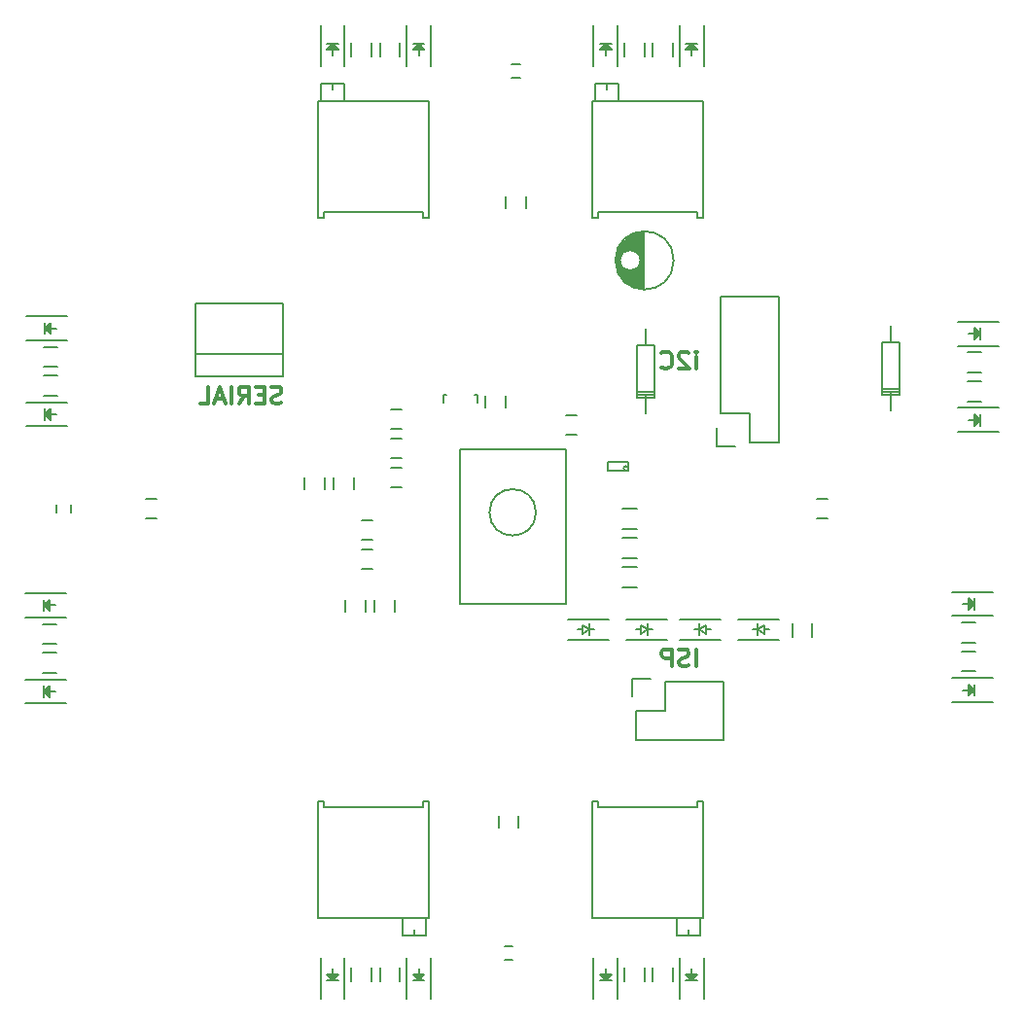
<source format=gbr>
G04 #@! TF.FileFunction,Legend,Bot*
%FSLAX46Y46*%
G04 Gerber Fmt 4.6, Leading zero omitted, Abs format (unit mm)*
G04 Created by KiCad (PCBNEW 4.0.2+e4-6225~38~ubuntu14.04.1-stable) date Di 12 Jul 2016 12:55:20 CEST*
%MOMM*%
G01*
G04 APERTURE LIST*
%ADD10C,0.100000*%
%ADD11C,0.300000*%
%ADD12C,0.150000*%
G04 APERTURE END LIST*
D10*
D11*
X79918286Y-90523143D02*
X79704000Y-90594571D01*
X79346857Y-90594571D01*
X79204000Y-90523143D01*
X79132571Y-90451714D01*
X79061143Y-90308857D01*
X79061143Y-90166000D01*
X79132571Y-90023143D01*
X79204000Y-89951714D01*
X79346857Y-89880286D01*
X79632571Y-89808857D01*
X79775429Y-89737429D01*
X79846857Y-89666000D01*
X79918286Y-89523143D01*
X79918286Y-89380286D01*
X79846857Y-89237429D01*
X79775429Y-89166000D01*
X79632571Y-89094571D01*
X79275429Y-89094571D01*
X79061143Y-89166000D01*
X78418286Y-89808857D02*
X77918286Y-89808857D01*
X77704000Y-90594571D02*
X78418286Y-90594571D01*
X78418286Y-89094571D01*
X77704000Y-89094571D01*
X76204000Y-90594571D02*
X76704000Y-89880286D01*
X77061143Y-90594571D02*
X77061143Y-89094571D01*
X76489715Y-89094571D01*
X76346857Y-89166000D01*
X76275429Y-89237429D01*
X76204000Y-89380286D01*
X76204000Y-89594571D01*
X76275429Y-89737429D01*
X76346857Y-89808857D01*
X76489715Y-89880286D01*
X77061143Y-89880286D01*
X75561143Y-90594571D02*
X75561143Y-89094571D01*
X74918286Y-90166000D02*
X74204000Y-90166000D01*
X75061143Y-90594571D02*
X74561143Y-89094571D01*
X74061143Y-90594571D01*
X72846857Y-90594571D02*
X73561143Y-90594571D01*
X73561143Y-89094571D01*
X116018285Y-113454571D02*
X116018285Y-111954571D01*
X115375428Y-113383143D02*
X115161142Y-113454571D01*
X114803999Y-113454571D01*
X114661142Y-113383143D01*
X114589713Y-113311714D01*
X114518285Y-113168857D01*
X114518285Y-113026000D01*
X114589713Y-112883143D01*
X114661142Y-112811714D01*
X114803999Y-112740286D01*
X115089713Y-112668857D01*
X115232571Y-112597429D01*
X115303999Y-112526000D01*
X115375428Y-112383143D01*
X115375428Y-112240286D01*
X115303999Y-112097429D01*
X115232571Y-112026000D01*
X115089713Y-111954571D01*
X114732571Y-111954571D01*
X114518285Y-112026000D01*
X113875428Y-113454571D02*
X113875428Y-111954571D01*
X113304000Y-111954571D01*
X113161142Y-112026000D01*
X113089714Y-112097429D01*
X113018285Y-112240286D01*
X113018285Y-112454571D01*
X113089714Y-112597429D01*
X113161142Y-112668857D01*
X113304000Y-112740286D01*
X113875428Y-112740286D01*
X116018285Y-87546571D02*
X116018285Y-86546571D01*
X116018285Y-86046571D02*
X116089714Y-86118000D01*
X116018285Y-86189429D01*
X115946857Y-86118000D01*
X116018285Y-86046571D01*
X116018285Y-86189429D01*
X115375428Y-86189429D02*
X115303999Y-86118000D01*
X115161142Y-86046571D01*
X114803999Y-86046571D01*
X114661142Y-86118000D01*
X114589713Y-86189429D01*
X114518285Y-86332286D01*
X114518285Y-86475143D01*
X114589713Y-86689429D01*
X115446856Y-87546571D01*
X114518285Y-87546571D01*
X113018285Y-87403714D02*
X113089714Y-87475143D01*
X113304000Y-87546571D01*
X113446857Y-87546571D01*
X113661142Y-87475143D01*
X113804000Y-87332286D01*
X113875428Y-87189429D01*
X113946857Y-86903714D01*
X113946857Y-86689429D01*
X113875428Y-86403714D01*
X113804000Y-86260857D01*
X113661142Y-86118000D01*
X113446857Y-86046571D01*
X113304000Y-86046571D01*
X113089714Y-86118000D01*
X113018285Y-86189429D01*
D12*
X69080000Y-100545000D02*
X68080000Y-100545000D01*
X68080000Y-98845000D02*
X69080000Y-98845000D01*
X99480000Y-73525000D02*
X99480000Y-72525000D01*
X101180000Y-72525000D02*
X101180000Y-73525000D01*
X126500000Y-98845000D02*
X127500000Y-98845000D01*
X127500000Y-100545000D02*
X126500000Y-100545000D01*
X111451000Y-75606000D02*
X111451000Y-80604000D01*
X111311000Y-75614000D02*
X111311000Y-80596000D01*
X111171000Y-75630000D02*
X111171000Y-78010000D01*
X111171000Y-78200000D02*
X111171000Y-80580000D01*
X111031000Y-75654000D02*
X111031000Y-77615000D01*
X111031000Y-78595000D02*
X111031000Y-80556000D01*
X110891000Y-75687000D02*
X110891000Y-77448000D01*
X110891000Y-78762000D02*
X110891000Y-80523000D01*
X110751000Y-75728000D02*
X110751000Y-77341000D01*
X110751000Y-78869000D02*
X110751000Y-80482000D01*
X110611000Y-75778000D02*
X110611000Y-77270000D01*
X110611000Y-78940000D02*
X110611000Y-80432000D01*
X110471000Y-75839000D02*
X110471000Y-77226000D01*
X110471000Y-78984000D02*
X110471000Y-80371000D01*
X110331000Y-75909000D02*
X110331000Y-77207000D01*
X110331000Y-79003000D02*
X110331000Y-80301000D01*
X110191000Y-75991000D02*
X110191000Y-77209000D01*
X110191000Y-79001000D02*
X110191000Y-80219000D01*
X110051000Y-76086000D02*
X110051000Y-77234000D01*
X110051000Y-78976000D02*
X110051000Y-80124000D01*
X109911000Y-76197000D02*
X109911000Y-77282000D01*
X109911000Y-78928000D02*
X109911000Y-80013000D01*
X109771000Y-76325000D02*
X109771000Y-77360000D01*
X109771000Y-78850000D02*
X109771000Y-79885000D01*
X109631000Y-76474000D02*
X109631000Y-77477000D01*
X109631000Y-78733000D02*
X109631000Y-79736000D01*
X109491000Y-76653000D02*
X109491000Y-77665000D01*
X109491000Y-78545000D02*
X109491000Y-79557000D01*
X109351000Y-76872000D02*
X109351000Y-79338000D01*
X109211000Y-77161000D02*
X109211000Y-79049000D01*
X109071000Y-77633000D02*
X109071000Y-78577000D01*
X111176000Y-78105000D02*
G75*
G03X111176000Y-78105000I-900000J0D01*
G01*
X114063500Y-78105000D02*
G75*
G03X114063500Y-78105000I-2537500J0D01*
G01*
X100545000Y-126500000D02*
X100545000Y-127500000D01*
X98845000Y-127500000D02*
X98845000Y-126500000D01*
X113284000Y-114808000D02*
X118364000Y-114808000D01*
X110464000Y-114528000D02*
X110464000Y-116078000D01*
X110744000Y-117348000D02*
X113284000Y-117348000D01*
X113284000Y-117348000D02*
X113284000Y-114808000D01*
X118364000Y-114808000D02*
X118364000Y-119888000D01*
X118364000Y-119888000D02*
X113284000Y-119888000D01*
X110464000Y-114528000D02*
X112014000Y-114528000D01*
X110744000Y-119888000D02*
X110744000Y-117348000D01*
X113284000Y-119888000D02*
X110744000Y-119888000D01*
X141882000Y-116558000D02*
X138282000Y-116558000D01*
X141882000Y-114458000D02*
X138282000Y-114458000D01*
X139832000Y-115208000D02*
X139832000Y-115808000D01*
X139832000Y-115808000D02*
X140132000Y-115508000D01*
X140132000Y-115508000D02*
X139932000Y-115308000D01*
X139932000Y-115308000D02*
X139932000Y-115558000D01*
X139932000Y-115558000D02*
X139982000Y-115508000D01*
X140232000Y-115008000D02*
X140232000Y-116008000D01*
X139732000Y-115508000D02*
X139232000Y-115508000D01*
X140232000Y-115508000D02*
X139732000Y-115008000D01*
X139732000Y-115008000D02*
X139732000Y-116008000D01*
X139732000Y-116008000D02*
X140232000Y-115508000D01*
X141882000Y-109058000D02*
X138282000Y-109058000D01*
X141882000Y-106958000D02*
X138282000Y-106958000D01*
X139832000Y-107708000D02*
X139832000Y-108308000D01*
X139832000Y-108308000D02*
X140132000Y-108008000D01*
X140132000Y-108008000D02*
X139932000Y-107808000D01*
X139932000Y-107808000D02*
X139932000Y-108058000D01*
X139932000Y-108058000D02*
X139982000Y-108008000D01*
X140232000Y-107508000D02*
X140232000Y-108508000D01*
X139732000Y-108008000D02*
X139232000Y-108008000D01*
X140232000Y-108008000D02*
X139732000Y-107508000D01*
X139732000Y-107508000D02*
X139732000Y-108508000D01*
X139732000Y-108508000D02*
X140232000Y-108008000D01*
X142390000Y-85542000D02*
X138790000Y-85542000D01*
X142390000Y-83442000D02*
X138790000Y-83442000D01*
X140340000Y-84192000D02*
X140340000Y-84792000D01*
X140340000Y-84792000D02*
X140640000Y-84492000D01*
X140640000Y-84492000D02*
X140440000Y-84292000D01*
X140440000Y-84292000D02*
X140440000Y-84542000D01*
X140440000Y-84542000D02*
X140490000Y-84492000D01*
X140740000Y-83992000D02*
X140740000Y-84992000D01*
X140240000Y-84492000D02*
X139740000Y-84492000D01*
X140740000Y-84492000D02*
X140240000Y-83992000D01*
X140240000Y-83992000D02*
X140240000Y-84992000D01*
X140240000Y-84992000D02*
X140740000Y-84492000D01*
X142390000Y-93042000D02*
X138790000Y-93042000D01*
X142390000Y-90942000D02*
X138790000Y-90942000D01*
X140340000Y-91692000D02*
X140340000Y-92292000D01*
X140340000Y-92292000D02*
X140640000Y-91992000D01*
X140640000Y-91992000D02*
X140440000Y-91792000D01*
X140440000Y-91792000D02*
X140440000Y-92042000D01*
X140440000Y-92042000D02*
X140490000Y-91992000D01*
X140740000Y-91492000D02*
X140740000Y-92492000D01*
X140240000Y-91992000D02*
X139740000Y-91992000D01*
X140740000Y-91992000D02*
X140240000Y-91492000D01*
X140240000Y-91492000D02*
X140240000Y-92492000D01*
X140240000Y-92492000D02*
X140740000Y-91992000D01*
X57665000Y-82960000D02*
X61265000Y-82960000D01*
X57665000Y-85060000D02*
X61265000Y-85060000D01*
X59715000Y-84310000D02*
X59715000Y-83710000D01*
X59715000Y-83710000D02*
X59415000Y-84010000D01*
X59415000Y-84010000D02*
X59615000Y-84210000D01*
X59615000Y-84210000D02*
X59615000Y-83960000D01*
X59615000Y-83960000D02*
X59565000Y-84010000D01*
X59315000Y-84510000D02*
X59315000Y-83510000D01*
X59815000Y-84010000D02*
X60315000Y-84010000D01*
X59315000Y-84010000D02*
X59815000Y-84510000D01*
X59815000Y-84510000D02*
X59815000Y-83510000D01*
X59815000Y-83510000D02*
X59315000Y-84010000D01*
X57665000Y-90460000D02*
X61265000Y-90460000D01*
X57665000Y-92560000D02*
X61265000Y-92560000D01*
X59715000Y-91810000D02*
X59715000Y-91210000D01*
X59715000Y-91210000D02*
X59415000Y-91510000D01*
X59415000Y-91510000D02*
X59615000Y-91710000D01*
X59615000Y-91710000D02*
X59615000Y-91460000D01*
X59615000Y-91460000D02*
X59565000Y-91510000D01*
X59315000Y-92010000D02*
X59315000Y-91010000D01*
X59815000Y-91510000D02*
X60315000Y-91510000D01*
X59315000Y-91510000D02*
X59815000Y-92010000D01*
X59815000Y-92010000D02*
X59815000Y-91010000D01*
X59815000Y-91010000D02*
X59315000Y-91510000D01*
X57610000Y-114585000D02*
X61210000Y-114585000D01*
X57610000Y-116685000D02*
X61210000Y-116685000D01*
X59660000Y-115935000D02*
X59660000Y-115335000D01*
X59660000Y-115335000D02*
X59360000Y-115635000D01*
X59360000Y-115635000D02*
X59560000Y-115835000D01*
X59560000Y-115835000D02*
X59560000Y-115585000D01*
X59560000Y-115585000D02*
X59510000Y-115635000D01*
X59260000Y-116135000D02*
X59260000Y-115135000D01*
X59760000Y-115635000D02*
X60260000Y-115635000D01*
X59260000Y-115635000D02*
X59760000Y-116135000D01*
X59760000Y-116135000D02*
X59760000Y-115135000D01*
X59760000Y-115135000D02*
X59260000Y-115635000D01*
X57610000Y-107085000D02*
X61210000Y-107085000D01*
X57610000Y-109185000D02*
X61210000Y-109185000D01*
X59660000Y-108435000D02*
X59660000Y-107835000D01*
X59660000Y-107835000D02*
X59360000Y-108135000D01*
X59360000Y-108135000D02*
X59560000Y-108335000D01*
X59560000Y-108335000D02*
X59560000Y-108085000D01*
X59560000Y-108085000D02*
X59510000Y-108135000D01*
X59260000Y-108635000D02*
X59260000Y-107635000D01*
X59760000Y-108135000D02*
X60260000Y-108135000D01*
X59260000Y-108135000D02*
X59760000Y-108635000D01*
X59760000Y-108635000D02*
X59760000Y-107635000D01*
X59760000Y-107635000D02*
X59260000Y-108135000D01*
X116685000Y-57610000D02*
X116685000Y-61210000D01*
X114585000Y-57610000D02*
X114585000Y-61210000D01*
X115335000Y-59660000D02*
X115935000Y-59660000D01*
X115935000Y-59660000D02*
X115635000Y-59360000D01*
X115635000Y-59360000D02*
X115435000Y-59560000D01*
X115435000Y-59560000D02*
X115685000Y-59560000D01*
X115685000Y-59560000D02*
X115635000Y-59510000D01*
X115135000Y-59260000D02*
X116135000Y-59260000D01*
X115635000Y-59760000D02*
X115635000Y-60260000D01*
X115635000Y-59260000D02*
X115135000Y-59760000D01*
X115135000Y-59760000D02*
X116135000Y-59760000D01*
X116135000Y-59760000D02*
X115635000Y-59260000D01*
X109185000Y-57610000D02*
X109185000Y-61210000D01*
X107085000Y-57610000D02*
X107085000Y-61210000D01*
X107835000Y-59660000D02*
X108435000Y-59660000D01*
X108435000Y-59660000D02*
X108135000Y-59360000D01*
X108135000Y-59360000D02*
X107935000Y-59560000D01*
X107935000Y-59560000D02*
X108185000Y-59560000D01*
X108185000Y-59560000D02*
X108135000Y-59510000D01*
X107635000Y-59260000D02*
X108635000Y-59260000D01*
X108135000Y-59760000D02*
X108135000Y-60260000D01*
X108135000Y-59260000D02*
X107635000Y-59760000D01*
X107635000Y-59760000D02*
X108635000Y-59760000D01*
X108635000Y-59760000D02*
X108135000Y-59260000D01*
X85415000Y-57610000D02*
X85415000Y-61210000D01*
X83315000Y-57610000D02*
X83315000Y-61210000D01*
X84065000Y-59660000D02*
X84665000Y-59660000D01*
X84665000Y-59660000D02*
X84365000Y-59360000D01*
X84365000Y-59360000D02*
X84165000Y-59560000D01*
X84165000Y-59560000D02*
X84415000Y-59560000D01*
X84415000Y-59560000D02*
X84365000Y-59510000D01*
X83865000Y-59260000D02*
X84865000Y-59260000D01*
X84365000Y-59760000D02*
X84365000Y-60260000D01*
X84365000Y-59260000D02*
X83865000Y-59760000D01*
X83865000Y-59760000D02*
X84865000Y-59760000D01*
X84865000Y-59760000D02*
X84365000Y-59260000D01*
X92915000Y-57610000D02*
X92915000Y-61210000D01*
X90815000Y-57610000D02*
X90815000Y-61210000D01*
X91565000Y-59660000D02*
X92165000Y-59660000D01*
X92165000Y-59660000D02*
X91865000Y-59360000D01*
X91865000Y-59360000D02*
X91665000Y-59560000D01*
X91665000Y-59560000D02*
X91915000Y-59560000D01*
X91915000Y-59560000D02*
X91865000Y-59510000D01*
X91365000Y-59260000D02*
X92365000Y-59260000D01*
X91865000Y-59760000D02*
X91865000Y-60260000D01*
X91865000Y-59260000D02*
X91365000Y-59760000D01*
X91365000Y-59760000D02*
X92365000Y-59760000D01*
X92365000Y-59760000D02*
X91865000Y-59260000D01*
X83315000Y-142390000D02*
X83315000Y-138790000D01*
X85415000Y-142390000D02*
X85415000Y-138790000D01*
X84665000Y-140340000D02*
X84065000Y-140340000D01*
X84065000Y-140340000D02*
X84365000Y-140640000D01*
X84365000Y-140640000D02*
X84565000Y-140440000D01*
X84565000Y-140440000D02*
X84315000Y-140440000D01*
X84315000Y-140440000D02*
X84365000Y-140490000D01*
X84865000Y-140740000D02*
X83865000Y-140740000D01*
X84365000Y-140240000D02*
X84365000Y-139740000D01*
X84365000Y-140740000D02*
X84865000Y-140240000D01*
X84865000Y-140240000D02*
X83865000Y-140240000D01*
X83865000Y-140240000D02*
X84365000Y-140740000D01*
X90815000Y-142390000D02*
X90815000Y-138790000D01*
X92915000Y-142390000D02*
X92915000Y-138790000D01*
X92165000Y-140340000D02*
X91565000Y-140340000D01*
X91565000Y-140340000D02*
X91865000Y-140640000D01*
X91865000Y-140640000D02*
X92065000Y-140440000D01*
X92065000Y-140440000D02*
X91815000Y-140440000D01*
X91815000Y-140440000D02*
X91865000Y-140490000D01*
X92365000Y-140740000D02*
X91365000Y-140740000D01*
X91865000Y-140240000D02*
X91865000Y-139740000D01*
X91865000Y-140740000D02*
X92365000Y-140240000D01*
X92365000Y-140240000D02*
X91365000Y-140240000D01*
X91365000Y-140240000D02*
X91865000Y-140740000D01*
X114585000Y-142390000D02*
X114585000Y-138790000D01*
X116685000Y-142390000D02*
X116685000Y-138790000D01*
X115935000Y-140340000D02*
X115335000Y-140340000D01*
X115335000Y-140340000D02*
X115635000Y-140640000D01*
X115635000Y-140640000D02*
X115835000Y-140440000D01*
X115835000Y-140440000D02*
X115585000Y-140440000D01*
X115585000Y-140440000D02*
X115635000Y-140490000D01*
X116135000Y-140740000D02*
X115135000Y-140740000D01*
X115635000Y-140240000D02*
X115635000Y-139740000D01*
X115635000Y-140740000D02*
X116135000Y-140240000D01*
X116135000Y-140240000D02*
X115135000Y-140240000D01*
X115135000Y-140240000D02*
X115635000Y-140740000D01*
X107085000Y-142390000D02*
X107085000Y-138790000D01*
X109185000Y-142390000D02*
X109185000Y-138790000D01*
X108435000Y-140340000D02*
X107835000Y-140340000D01*
X107835000Y-140340000D02*
X108135000Y-140640000D01*
X108135000Y-140640000D02*
X108335000Y-140440000D01*
X108335000Y-140440000D02*
X108085000Y-140440000D01*
X108085000Y-140440000D02*
X108135000Y-140490000D01*
X108635000Y-140740000D02*
X107635000Y-140740000D01*
X108135000Y-140240000D02*
X108135000Y-139740000D01*
X108135000Y-140740000D02*
X108635000Y-140240000D01*
X108635000Y-140240000D02*
X107635000Y-140240000D01*
X107635000Y-140240000D02*
X108135000Y-140740000D01*
X132971540Y-85216480D02*
X132971540Y-83819480D01*
X132971540Y-89661480D02*
X132971540Y-91185480D01*
X133733540Y-89280480D02*
X132209540Y-89280480D01*
X133733540Y-89534480D02*
X132209540Y-89534480D01*
X132971540Y-89788480D02*
X132209540Y-89788480D01*
X132209540Y-89788480D02*
X132209540Y-85216480D01*
X132209540Y-85216480D02*
X133733540Y-85216480D01*
X133733540Y-85216480D02*
X133733540Y-89788480D01*
X133733540Y-89788480D02*
X132971540Y-89788480D01*
X111635540Y-85470480D02*
X111635540Y-84073480D01*
X111635540Y-89915480D02*
X111635540Y-91439480D01*
X112397540Y-89534480D02*
X110873540Y-89534480D01*
X112397540Y-89788480D02*
X110873540Y-89788480D01*
X111635540Y-90042480D02*
X110873540Y-90042480D01*
X110873540Y-90042480D02*
X110873540Y-85470480D01*
X110873540Y-85470480D02*
X112397540Y-85470480D01*
X112397540Y-85470480D02*
X112397540Y-90042480D01*
X112397540Y-90042480D02*
X111635540Y-90042480D01*
X100045000Y-137830000D02*
X99345000Y-137830000D01*
X99345000Y-139030000D02*
X100045000Y-139030000D01*
X61560000Y-100045000D02*
X61560000Y-99345000D01*
X60360000Y-99345000D02*
X60360000Y-100045000D01*
X99980000Y-62195000D02*
X100680000Y-62195000D01*
X100680000Y-60995000D02*
X99980000Y-60995000D01*
X123190000Y-93980000D02*
X123190000Y-81280000D01*
X123190000Y-81280000D02*
X118110000Y-81280000D01*
X118110000Y-81280000D02*
X118110000Y-91440000D01*
X123190000Y-93980000D02*
X120650000Y-93980000D01*
X119380000Y-94260000D02*
X117830000Y-94260000D01*
X120650000Y-93980000D02*
X120650000Y-91440000D01*
X120650000Y-91440000D02*
X118110000Y-91440000D01*
X117830000Y-94260000D02*
X117830000Y-92710000D01*
X72395000Y-88175000D02*
X72395000Y-81825000D01*
X80015000Y-88175000D02*
X80015000Y-81825000D01*
X80015000Y-86270000D02*
X72395000Y-86270000D01*
X72395000Y-88175000D02*
X80015000Y-88175000D01*
X80015000Y-81825000D02*
X72395000Y-81825000D01*
X139132000Y-113883000D02*
X140332000Y-113883000D01*
X140332000Y-112133000D02*
X139132000Y-112133000D01*
X139132000Y-111383000D02*
X140332000Y-111383000D01*
X140332000Y-109633000D02*
X139132000Y-109633000D01*
X139640000Y-87867000D02*
X140840000Y-87867000D01*
X140840000Y-86117000D02*
X139640000Y-86117000D01*
X139640000Y-90367000D02*
X140840000Y-90367000D01*
X140840000Y-88617000D02*
X139640000Y-88617000D01*
X60415000Y-85635000D02*
X59215000Y-85635000D01*
X59215000Y-87385000D02*
X60415000Y-87385000D01*
X60415000Y-88135000D02*
X59215000Y-88135000D01*
X59215000Y-89885000D02*
X60415000Y-89885000D01*
X60360000Y-112260000D02*
X59160000Y-112260000D01*
X59160000Y-114010000D02*
X60360000Y-114010000D01*
X60360000Y-109760000D02*
X59160000Y-109760000D01*
X59160000Y-111510000D02*
X60360000Y-111510000D01*
X114010000Y-60360000D02*
X114010000Y-59160000D01*
X112260000Y-59160000D02*
X112260000Y-60360000D01*
X111510000Y-60360000D02*
X111510000Y-59160000D01*
X109760000Y-59160000D02*
X109760000Y-60360000D01*
X87740000Y-60360000D02*
X87740000Y-59160000D01*
X85990000Y-59160000D02*
X85990000Y-60360000D01*
X90240000Y-60360000D02*
X90240000Y-59160000D01*
X88490000Y-59160000D02*
X88490000Y-60360000D01*
X85990000Y-139640000D02*
X85990000Y-140840000D01*
X87740000Y-140840000D02*
X87740000Y-139640000D01*
X88490000Y-139640000D02*
X88490000Y-140840000D01*
X90240000Y-140840000D02*
X90240000Y-139640000D01*
X112260000Y-139640000D02*
X112260000Y-140840000D01*
X114010000Y-140840000D02*
X114010000Y-139640000D01*
X109760000Y-139640000D02*
X109760000Y-140840000D01*
X111510000Y-140840000D02*
X111510000Y-139640000D01*
X115316000Y-136906000D02*
X115316000Y-136398000D01*
X114300000Y-136906000D02*
X116332000Y-136906000D01*
X114300000Y-135382000D02*
X114300000Y-136906000D01*
X116332000Y-135382000D02*
X116332000Y-136906000D01*
X116586000Y-125222000D02*
X116586000Y-135382000D01*
X106934000Y-135382000D02*
X106934000Y-125222000D01*
X106934000Y-125222000D02*
X107442000Y-125222000D01*
X107442000Y-125222000D02*
X107442000Y-125730000D01*
X107442000Y-125730000D02*
X116078000Y-125730000D01*
X116078000Y-125730000D02*
X116078000Y-125222000D01*
X116078000Y-125222000D02*
X116586000Y-125222000D01*
X106934000Y-135382000D02*
X116586000Y-135382000D01*
X84328000Y-62738000D02*
X84328000Y-63246000D01*
X85344000Y-62738000D02*
X83312000Y-62738000D01*
X85344000Y-64262000D02*
X85344000Y-62738000D01*
X83312000Y-64262000D02*
X83312000Y-62738000D01*
X83058000Y-74422000D02*
X83058000Y-64262000D01*
X92710000Y-64262000D02*
X92710000Y-74422000D01*
X92710000Y-74422000D02*
X92202000Y-74422000D01*
X92202000Y-74422000D02*
X92202000Y-73914000D01*
X92202000Y-73914000D02*
X83566000Y-73914000D01*
X83566000Y-73914000D02*
X83566000Y-74422000D01*
X83566000Y-74422000D02*
X83058000Y-74422000D01*
X92710000Y-64262000D02*
X83058000Y-64262000D01*
X108204000Y-62738000D02*
X108204000Y-63246000D01*
X109220000Y-62738000D02*
X107188000Y-62738000D01*
X109220000Y-64262000D02*
X109220000Y-62738000D01*
X107188000Y-64262000D02*
X107188000Y-62738000D01*
X106934000Y-74422000D02*
X106934000Y-64262000D01*
X116586000Y-64262000D02*
X116586000Y-74422000D01*
X116586000Y-74422000D02*
X116078000Y-74422000D01*
X116078000Y-74422000D02*
X116078000Y-73914000D01*
X116078000Y-73914000D02*
X107442000Y-73914000D01*
X107442000Y-73914000D02*
X107442000Y-74422000D01*
X107442000Y-74422000D02*
X106934000Y-74422000D01*
X116586000Y-64262000D02*
X106934000Y-64262000D01*
X91440000Y-136906000D02*
X91440000Y-136398000D01*
X90424000Y-136906000D02*
X92456000Y-136906000D01*
X90424000Y-135382000D02*
X90424000Y-136906000D01*
X92456000Y-135382000D02*
X92456000Y-136906000D01*
X92710000Y-125222000D02*
X92710000Y-135382000D01*
X83058000Y-135382000D02*
X83058000Y-125222000D01*
X83058000Y-125222000D02*
X83566000Y-125222000D01*
X83566000Y-125222000D02*
X83566000Y-125730000D01*
X83566000Y-125730000D02*
X92202000Y-125730000D01*
X92202000Y-125730000D02*
X92202000Y-125222000D01*
X92202000Y-125222000D02*
X92710000Y-125222000D01*
X83058000Y-135382000D02*
X92710000Y-135382000D01*
X95450000Y-94520000D02*
X104650000Y-94520000D01*
X95450000Y-107980000D02*
X104650000Y-107980000D01*
X95450000Y-107980000D02*
X95450000Y-94520000D01*
X104650000Y-107980000D02*
X104650000Y-94520000D01*
X102070000Y-100040000D02*
G75*
G03X102070000Y-100040000I-2020000J0D01*
G01*
X104656000Y-91606000D02*
X105656000Y-91606000D01*
X105656000Y-93306000D02*
X104656000Y-93306000D01*
X86876000Y-100750000D02*
X87876000Y-100750000D01*
X87876000Y-102450000D02*
X86876000Y-102450000D01*
X89750000Y-107704000D02*
X89750000Y-108704000D01*
X88050000Y-108704000D02*
X88050000Y-107704000D01*
X87210000Y-107704000D02*
X87210000Y-108704000D01*
X85510000Y-108704000D02*
X85510000Y-107704000D01*
X86876000Y-103290000D02*
X87876000Y-103290000D01*
X87876000Y-104990000D02*
X86876000Y-104990000D01*
X89416000Y-93638000D02*
X90416000Y-93638000D01*
X90416000Y-95338000D02*
X89416000Y-95338000D01*
X89416000Y-91098000D02*
X90416000Y-91098000D01*
X90416000Y-92798000D02*
X89416000Y-92798000D01*
X86194000Y-97036000D02*
X86194000Y-98036000D01*
X84494000Y-98036000D02*
X84494000Y-97036000D01*
X83654000Y-97036000D02*
X83654000Y-98036000D01*
X81954000Y-98036000D02*
X81954000Y-97036000D01*
X97702000Y-90924000D02*
X97702000Y-89924000D01*
X99402000Y-89924000D02*
X99402000Y-90924000D01*
X89416000Y-96178000D02*
X90416000Y-96178000D01*
X90416000Y-97878000D02*
X89416000Y-97878000D01*
X111188500Y-110236000D02*
X110807500Y-110236000D01*
X112204500Y-110236000D02*
X111823500Y-110236000D01*
X111823500Y-110236000D02*
X111188500Y-109855000D01*
X111188500Y-109855000D02*
X111188500Y-110617000D01*
X111188500Y-110617000D02*
X111823500Y-110236000D01*
X111823500Y-109728000D02*
X111823500Y-110744000D01*
X113506000Y-111136000D02*
X109966000Y-111136000D01*
X113506000Y-109336000D02*
X109966000Y-109336000D01*
X106108500Y-110236000D02*
X105727500Y-110236000D01*
X107124500Y-110236000D02*
X106743500Y-110236000D01*
X106743500Y-110236000D02*
X106108500Y-109855000D01*
X106108500Y-109855000D02*
X106108500Y-110617000D01*
X106108500Y-110617000D02*
X106743500Y-110236000D01*
X106743500Y-109728000D02*
X106743500Y-110744000D01*
X108426000Y-111136000D02*
X104886000Y-111136000D01*
X108426000Y-109336000D02*
X104886000Y-109336000D01*
X116903500Y-110236000D02*
X117284500Y-110236000D01*
X115887500Y-110236000D02*
X116268500Y-110236000D01*
X116268500Y-110236000D02*
X116903500Y-110617000D01*
X116903500Y-110617000D02*
X116903500Y-109855000D01*
X116903500Y-109855000D02*
X116268500Y-110236000D01*
X116268500Y-110744000D02*
X116268500Y-109728000D01*
X114586000Y-109336000D02*
X118126000Y-109336000D01*
X114586000Y-111136000D02*
X118126000Y-111136000D01*
X121983500Y-110236000D02*
X122364500Y-110236000D01*
X120967500Y-110236000D02*
X121348500Y-110236000D01*
X121348500Y-110236000D02*
X121983500Y-110617000D01*
X121983500Y-110617000D02*
X121983500Y-109855000D01*
X121983500Y-109855000D02*
X121348500Y-110236000D01*
X121348500Y-110744000D02*
X121348500Y-109728000D01*
X119666000Y-109336000D02*
X123206000Y-109336000D01*
X119666000Y-111136000D02*
X123206000Y-111136000D01*
X110120000Y-96212000D02*
G75*
G03X110120000Y-96212000I-200000J0D01*
G01*
X110120000Y-95612000D02*
X110120000Y-96412000D01*
X110120000Y-96412000D02*
X108320000Y-96412000D01*
X108320000Y-96412000D02*
X108320000Y-95612000D01*
X108320000Y-95612000D02*
X110120000Y-95612000D01*
X110836000Y-104789000D02*
X109636000Y-104789000D01*
X109636000Y-106539000D02*
X110836000Y-106539000D01*
X110836000Y-102249000D02*
X109636000Y-102249000D01*
X109636000Y-103999000D02*
X110836000Y-103999000D01*
X110836000Y-99709000D02*
X109636000Y-99709000D01*
X109636000Y-101459000D02*
X110836000Y-101459000D01*
X94204840Y-89773760D02*
X94253100Y-89773760D01*
X97003820Y-90474800D02*
X97003820Y-89773760D01*
X97003820Y-89773760D02*
X96754900Y-89773760D01*
X94204840Y-89773760D02*
X94004180Y-89773760D01*
X94004180Y-89773760D02*
X94004180Y-90474800D01*
X126147800Y-110886800D02*
X126147800Y-109686800D01*
X124397800Y-109686800D02*
X124397800Y-110886800D01*
M02*

</source>
